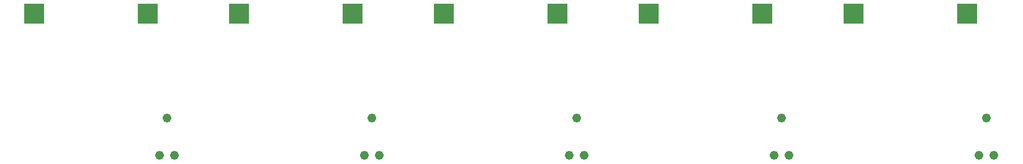
<source format=gbr>
G04 start of page 8 for group -4062 idx -4062 *
G04 Title: (unknown), soldermask *
G04 Creator: pcb 20140316 *
G04 CreationDate: Sun 13 Sep 2020 05:46:49 PM GMT UTC *
G04 For: railfan *
G04 Format: Gerber/RS-274X *
G04 PCB-Dimensions (mil): 5600.00 1200.00 *
G04 PCB-Coordinate-Origin: lower left *
%MOIN*%
%FSLAX25Y25*%
%LNBOTTOMMASK*%
%ADD53C,0.0001*%
%ADD52C,0.0490*%
G54D52*X211000Y34500D03*
X215000Y14500D03*
X207000D03*
X321000Y34500D03*
X317000Y14500D03*
X101000Y34500D03*
X105000Y14500D03*
X97000D03*
X325000D03*
X431000Y34500D03*
X541000D03*
X435000Y14500D03*
X545000D03*
X537000D03*
X427000D03*
G54D53*G36*
X195290Y95891D02*Y85448D01*
X205733D01*
Y95891D01*
X195290D01*
G37*
G36*
X134267D02*Y85448D01*
X144710D01*
Y95891D01*
X134267D01*
G37*
G36*
X85290D02*Y85448D01*
X95733D01*
Y95891D01*
X85290D01*
G37*
G36*
X24267D02*Y85448D01*
X34710D01*
Y95891D01*
X24267D01*
G37*
G36*
X305290D02*Y85448D01*
X315733D01*
Y95891D01*
X305290D01*
G37*
G36*
X244267D02*Y85448D01*
X254710D01*
Y95891D01*
X244267D01*
G37*
G36*
X415290D02*Y85448D01*
X425733D01*
Y95891D01*
X415290D01*
G37*
G36*
X354267D02*Y85448D01*
X364710D01*
Y95891D01*
X354267D01*
G37*
G36*
X525290D02*Y85448D01*
X535733D01*
Y95891D01*
X525290D01*
G37*
G36*
X464267D02*Y85448D01*
X474710D01*
Y95891D01*
X464267D01*
G37*
M02*

</source>
